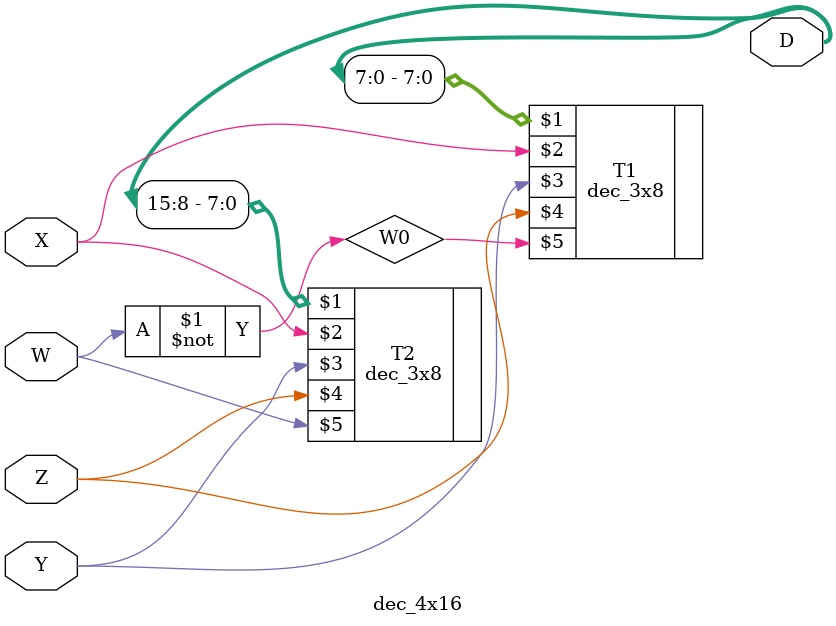
<source format=v>
`timescale 1ns / 1ps

module dec_4x16(output [15:0]D, input X,Y,Z,W);
wire W0;
not(W0,W);
dec_3x8 T1(D[7:0],X,Y,Z,W0), T2(D[15:8],X,Y,Z,W);

endmodule

</source>
